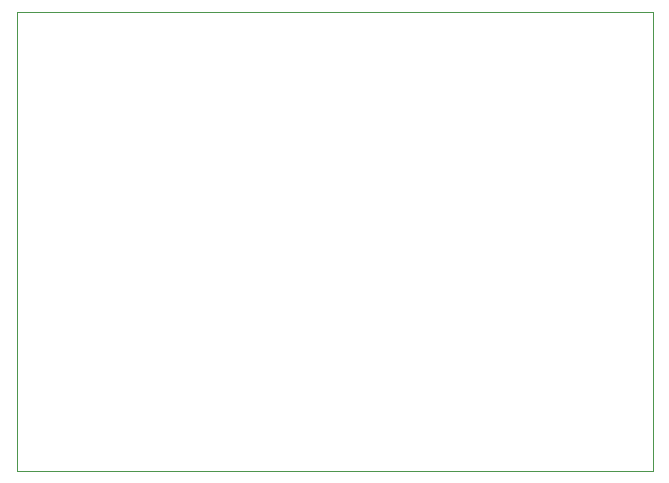
<source format=gbr>
%TF.GenerationSoftware,KiCad,Pcbnew,7.0.9*%
%TF.CreationDate,2024-12-09T18:27:57-04:00*%
%TF.ProjectId,ESP 32 LM,45535020-3332-4204-9c4d-2e6b69636164,rev?*%
%TF.SameCoordinates,Original*%
%TF.FileFunction,Profile,NP*%
%FSLAX46Y46*%
G04 Gerber Fmt 4.6, Leading zero omitted, Abs format (unit mm)*
G04 Created by KiCad (PCBNEW 7.0.9) date 2024-12-09 18:27:57*
%MOMM*%
%LPD*%
G01*
G04 APERTURE LIST*
%TA.AperFunction,Profile*%
%ADD10C,0.100000*%
%TD*%
G04 APERTURE END LIST*
D10*
X88138000Y-78994000D02*
X88138000Y-40132000D01*
X141986000Y-78994000D02*
X88138000Y-78994000D01*
X141986000Y-40132000D02*
X141986000Y-78994000D01*
X88138000Y-40132000D02*
X141986000Y-40132000D01*
M02*

</source>
